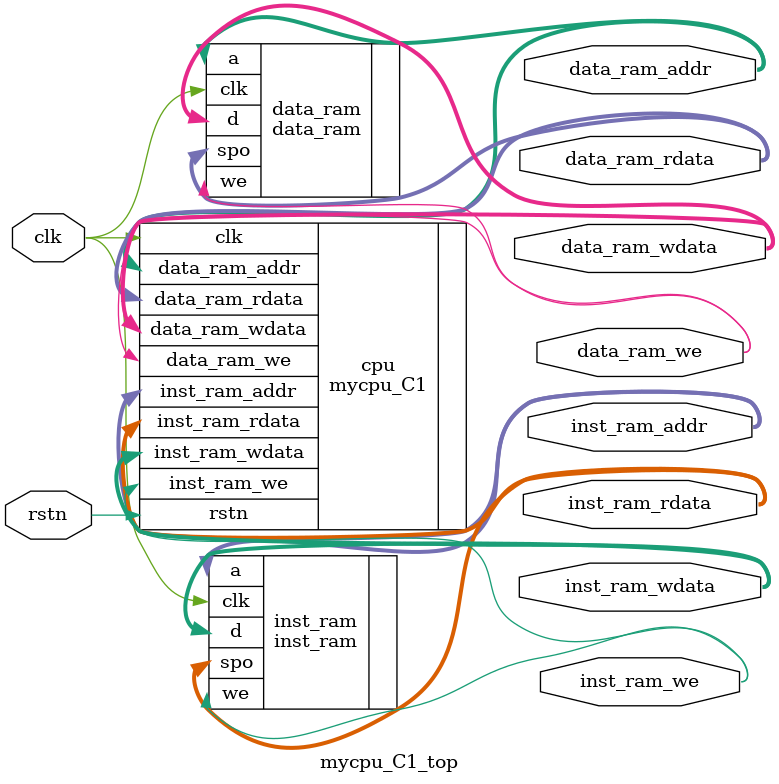
<source format=sv>
`timescale 1ns / 1ps


module mycpu_C1_top(
    input clk,
    input rstn,

    output inst_ram_we,
    output [9:0]   inst_ram_addr,
    output [31:0]  inst_ram_wdata,
    output [31:0]  inst_ram_rdata,
    output         data_ram_we,
    output [9:0]   data_ram_addr,
    output [31:0]  data_ram_wdata,
    output [31:0]  data_ram_rdata

    // output    [4:0]       rd,
    // output    [31:0] wb_data,
    // output    [31:0]      nextpc,
    // output reg    [31:0]      pc,
    // output    [31:0]      inst,
    // output    [4:0] rf_raddr1,
    // output    [4:0] rf_raddr2, 
    // output    [31:0] alu_result
    );

    wire inst_ram_we;
    wire [9:0]   inst_ram_addr;
    wire [31:0]  inst_ram_wdata;
    wire [31:0]  inst_ram_rdata;
    wire         data_ram_we;
    wire [9:0]   data_ram_addr;
    wire [31:0]  data_ram_wdata;
    wire [31:0]  data_ram_rdata;

mycpu_C1 cpu(
    .clk(clk),
    .rstn(rstn),

    .inst_ram_we(inst_ram_we),
    .inst_ram_addr(inst_ram_addr),
    .inst_ram_wdata(inst_ram_wdata),
    .inst_ram_rdata(inst_ram_rdata),

    .data_ram_we(data_ram_we),
    .data_ram_addr(data_ram_addr),
    .data_ram_wdata(data_ram_wdata),
    .data_ram_rdata(data_ram_rdata)

    // .rd(rd),
    // .wb_data(wb_data),
    // .nextpc(nextpc),
    // .pc(pc),
    // .inst(inst),
    // .rf_raddr1(rf_raddr1),
    // .rf_raddr2(rf_raddr2),   
    // .alu_result(alu_result) 
);

data_ram data_ram(
    .clk(clk),
    .we(data_ram_we),
    .a(data_ram_addr),
    .d(data_ram_wdata),
    .spo(data_ram_rdata)
);

inst_ram inst_ram(
    .clk(clk),
    .we(inst_ram_we),
    .a(inst_ram_addr),
    .d(inst_ram_wdata),
    .spo(inst_ram_rdata)
);
endmodule

</source>
